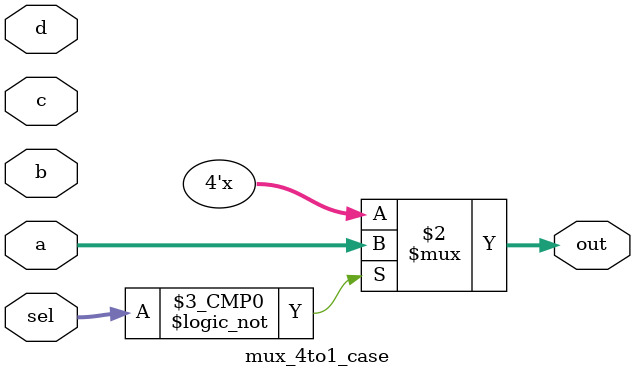
<source format=v>
module mux_4to1_case ( input [3:0] a,                 // 4-bit input called a
                       input [3:0] b,                 // 4-bit input called b
                       input [3:0] c,                 // 4-bit input called c
                       input [3:0] d,                 // 4-bit input called d
                       input [1:0] sel,               // input sel used to select between a,b,c,d
                       output reg [3:0] out);         // 4-bit output based on input sel

   // This always block gets executed whenever a/b/c/d/sel changes value
   // When that happens, based on value in sel, output is assigned to either a/b/c/d
   always @ (a or b or c or d or sel) begin
      case (sel)
         2'b00 : out <= a;
         2'b00 : out <= b;
         2'b00 : out <= c;
         2'b00 : out <= d;
      endcase
   end
endmodule
</source>
